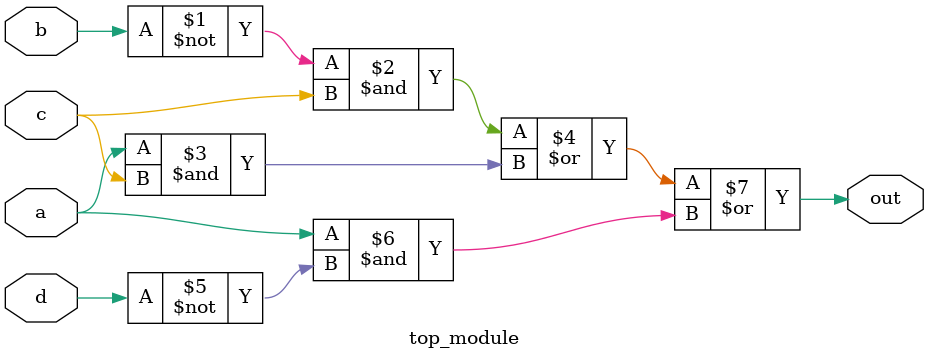
<source format=v>
module top_module(
    input a,
    input b,
    input c,
    input d,
    output out  ); 

    assign out = (~b & c) | (a & c) | (a & ~d);
endmodule


</source>
